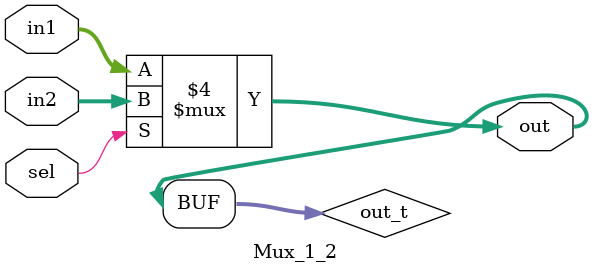
<source format=v>
module Mux_1_2
#(
    parameter WIDTH = 32
) (
    input [WIDTH - 1 : 0] in1, in2,
    input sel,
    output [WIDTH - 1 : 0] out
);
    reg [WIDTH - 1 : 0] out_t;
    always @(*) begin
        if (sel == 0) out_t = in1;
        else out_t = in2;
    end
    assign out = out_t;
endmodule 
</source>
